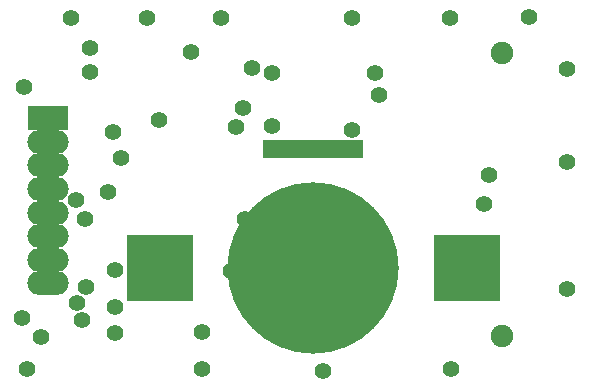
<source format=gbs>
G04 (created by PCBNEW-RS274X (2011-11-27 BZR 3249)-stable) date 21/02/2012 2:28:41 p.m.*
G01*
G70*
G90*
%MOIN*%
G04 Gerber Fmt 3.4, Leading zero omitted, Abs format*
%FSLAX34Y34*%
G04 APERTURE LIST*
%ADD10C,0.006000*%
%ADD11C,0.075100*%
%ADD12R,0.220800X0.220800*%
%ADD13C,0.571200*%
%ADD14R,0.335000X0.059400*%
%ADD15O,0.138100X0.079100*%
%ADD16R,0.138100X0.079100*%
%ADD17C,0.055000*%
G04 APERTURE END LIST*
G54D10*
G54D11*
X40441Y-31583D03*
X40441Y-22134D03*
G54D12*
X39279Y-29299D03*
X29043Y-29299D03*
G54D13*
X34161Y-29299D03*
G54D14*
X34161Y-25362D03*
G54D15*
X25311Y-25895D03*
X25311Y-25108D03*
G54D16*
X25311Y-24320D03*
G54D15*
X25311Y-26682D03*
X25311Y-27470D03*
X25311Y-28257D03*
X25311Y-29044D03*
X25311Y-29831D03*
G54D17*
X26551Y-27697D03*
X26579Y-29933D03*
X32776Y-22803D03*
X36209Y-22819D03*
X26461Y-31043D03*
X39854Y-27197D03*
X32776Y-24571D03*
X27465Y-24783D03*
X24457Y-30969D03*
X42598Y-30004D03*
X30079Y-22110D03*
X31579Y-24630D03*
X30461Y-32685D03*
X31882Y-27697D03*
X25071Y-31606D03*
X35433Y-24728D03*
X26709Y-21969D03*
X26724Y-22780D03*
X27315Y-26776D03*
X34480Y-32764D03*
X28598Y-20984D03*
X26079Y-20996D03*
X38760Y-32685D03*
X31079Y-20972D03*
X41331Y-20957D03*
X27760Y-25646D03*
X29012Y-24370D03*
X31402Y-29425D03*
X27559Y-30626D03*
X26272Y-30465D03*
X26244Y-27063D03*
X24528Y-23283D03*
X42598Y-25772D03*
X36331Y-23555D03*
X38720Y-20984D03*
X24598Y-32697D03*
X27551Y-29386D03*
X42614Y-22665D03*
X35433Y-20988D03*
X27559Y-31465D03*
X30449Y-31433D03*
X32106Y-22642D03*
X40020Y-26220D03*
X31811Y-23965D03*
M02*

</source>
